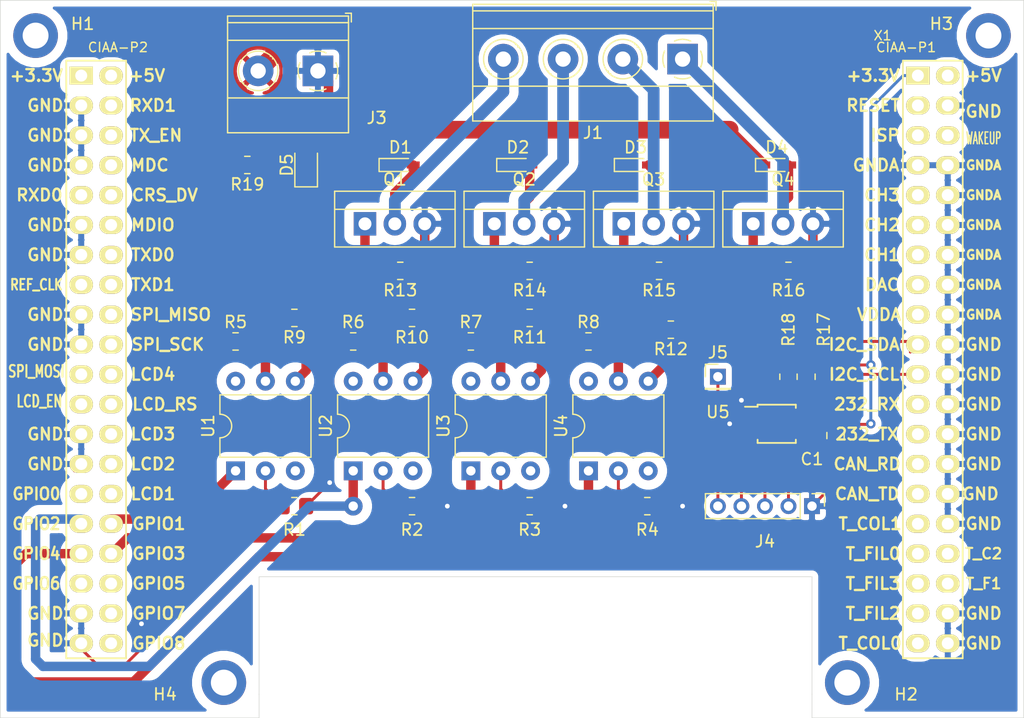
<source format=kicad_pcb>
(kicad_pcb (version 20171130) (host pcbnew 5.1.7-a382d34a8~87~ubuntu18.04.1)
  (title_block (title TP-DCI-CESE) (date 2020-10-16) (rev 1) (company "Sebastian Herrera-Inquinoa-Conicet") (comment 1 "Revisores:Carlos Carreño Romano, Diego Brengi") (comment 2 "Licencia:El autor autoriza su uso"))
  (layers (0 F.Cu signal hide) (31 B.Cu signal hide) (34 B.Paste user) (35 F.Paste user) (36 B.SilkS user) (37 F.SilkS user) (38 B.Mask user) (39 F.Mask user) (44 Edge.Cuts user))
  (net 0 "")
  (net 1 GND)
  (net 2 "Net-(D1-Pad2)")
  (net 3 "Net-(D2-Pad2)")
  (net 4 "Net-(D3-Pad2)")
  (net 5 "Net-(D4-Pad2)")
  (net 6 "Net-(J4-Pad2)")
  (net 7 "Net-(J4-Pad3)")
  (net 8 "Net-(J4-Pad4)")
  (net 9 "Net-(J5-Pad1)")
  (net 10 "Net-(Q1-Pad1)")
  (net 11 "Net-(Q2-Pad1)")
  (net 12 "Net-(Q3-Pad1)")
  (net 13 "Net-(Q4-Pad1)")
  (net 14 "Net-(R1-Pad1)")
  (net 15 "Net-(R2-Pad1)")
  (net 16 "Net-(R3-Pad1)")
  (net 17 "Net-(R4-Pad1)")
  (net 18 "Net-(R5-Pad2)")
  (net 19 "Net-(R6-Pad2)")
  (net 20 "Net-(R7-Pad2)")
  (net 21 "Net-(R8-Pad2)")
  (net 22 "Net-(R9-Pad1)")
  (net 23 "Net-(R10-Pad1)")
  (net 24 "Net-(R11-Pad1)")
  (net 25 "Net-(R12-Pad1)")
  (net 26 "Net-(R17-Pad1)")
  (net 27 "Net-(R18-Pad2)")
  (net 28 "Net-(U1-Pad6)")
  (net 29 "Net-(U1-Pad3)")
  (net 30 "Net-(U1-Pad1)")
  (net 31 "Net-(U2-Pad1)")
  (net 32 "Net-(U2-Pad3)")
  (net 33 "Net-(U2-Pad6)")
  (net 34 "Net-(U3-Pad1)")
  (net 35 "Net-(U3-Pad3)")
  (net 36 "Net-(U3-Pad6)")
  (net 37 "Net-(U4-Pad6)")
  (net 38 "Net-(U4-Pad3)")
  (net 39 "Net-(U4-Pad1)")
  (net 40 "Net-(X1-Pad80)")
  (net 41 "Net-(X1-Pad78)")
  (net 42 "Net-(X1-Pad76)")
  (net 43 "Net-(X1-Pad75)")
  (net 44 "Net-(X1-Pad70)")
  (net 45 "Net-(X1-Pad69)")
  (net 46 "Net-(X1-Pad68)")
  (net 47 "Net-(X1-Pad66)")
  (net 48 "Net-(X1-Pad64)")
  (net 49 "Net-(X1-Pad63)")
  (net 50 "Net-(X1-Pad62)")
  (net 51 "Net-(X1-Pad61)")
  (net 52 "Net-(X1-Pad60)")
  (net 53 "Net-(X1-Pad58)")
  (net 54 "Net-(X1-Pad56)")
  (net 55 "Net-(X1-Pad55)")
  (net 56 "Net-(X1-Pad54)")
  (net 57 "Net-(X1-Pad52)")
  (net 58 "Net-(X1-Pad50)")
  (net 59 "Net-(X1-Pad49)")
  (net 60 "Net-(X1-Pad48)")
  (net 61 "Net-(X1-Pad46)")
  (net 62 "Net-(X1-Pad44)")
  (net 63 "Net-(X1-Pad42)")
  (net 64 "Net-(X1-Pad41)")
  (net 65 "Net-(X1-Pad39)")
  (net 66 "Net-(X1-Pad9)")
  (net 67 "Net-(X1-Pad5)")
  (net 68 "Net-(X1-Pad3)")
  (net 69 "Net-(X1-Pad37)")
  (net 70 "Net-(X1-Pad35)")
  (net 71 "Net-(X1-Pad36)")
  (net 72 "Net-(X1-Pad34)")
  (net 73 "Net-(X1-Pad33)")
  (net 74 "Net-(X1-Pad31)")
  (net 75 "Net-(X1-Pad29)")
  (net 76 "Net-(X1-Pad27)")
  (net 77 "Net-(X1-Pad25)")
  (net 78 "Net-(X1-Pad23)")
  (net 79 "Net-(X1-Pad17)")
  (net 80 "Net-(X1-Pad15)")
  (net 81 "Net-(X1-Pad6)")
  (net 82 "Net-(X1-Pad13)")
  (net 83 "Net-(X1-Pad11)")
  (net 84 "Net-(X1-Pad2)")
  (net 85 +5VP)
  (net 86 +3V3)
  (net 87 "Net-(J4-Pad5)")
  (net 88 "Net-(D5-Pad2)")
  (module Package_DIP:DIP-6_W7.62mm (layer F.Cu) (at 129 107 90)
    (fp_text reference U3 (at 3.81 -2.33 90) (layer F.SilkS))
    (fp_text value 4N25)
    (pad 6 thru_hole oval (at 7.62 0 90) (size 1.6 1.6) (drill 0.8) (layers *.Cu *.Mask) (net 36 "Net-(U3-Pad6)"))
    (pad 3 thru_hole oval (at 0 5.08 90) (size 1.6 1.6) (drill 0.8) (layers *.Cu *.Mask) (net 35 "Net-(U3-Pad3)"))
    (pad 5 thru_hole oval (at 7.62 2.54 90) (size 1.6 1.6) (drill 0.8) (layers *.Cu *.Mask) (net 20 "Net-(R7-Pad2)"))
    (pad 2 thru_hole oval (at 0 2.54 90) (size 1.6 1.6) (drill 0.8) (layers *.Cu *.Mask) (net 16 "Net-(R3-Pad1)"))
    (pad 4 thru_hole oval (at 7.62 5.08 90) (size 1.6 1.6) (drill 0.8) (layers *.Cu *.Mask) (net 24 "Net-(R11-Pad1)"))
    (pad 1 thru_hole rect (at 0 0 90) (size 1.6 1.6) (drill 0.8) (layers *.Cu *.Mask) (net 34 "Net-(U3-Pad1)"))
  )
  (module Poncho_Esqueleto:Conn_Poncho_Chico (layer F.Cu) (at 167 73.4)
    (fp_text reference X1 (at -3 -3.4) (layer F.SilkS) (effects (font (size 0.8 0.8) (thickness 0.12))))
    (fp_text value Conn_Poncho2P_2x_20x2 hide)
    (fp_text user +3.3V (at -3.81 0) (layer F.SilkS) (effects (font (thickness 0.2))))
    (fp_text user CIAA-P1 (at -1 -2.4) (layer F.SilkS) (effects (font (size 0.8 0.8) (thickness 0.12))))
    (fp_text user CIAA-P2 (at -68 -2.4) (layer F.SilkS) (effects (font (size 0.8 0.8) (thickness 0.12))))
    (fp_text user RESET (at -3.81 2.54) (layer F.SilkS) (effects (font (thickness 0.2))))
    (fp_text user ISP (at -2.794 5.08) (layer F.SilkS) (effects (font (thickness 0.2))))
    (fp_text user GNDA (at -3.556 7.62) (layer F.SilkS) (effects (font (thickness 0.2))))
    (fp_text user CH3 (at -3.048 10.16) (layer F.SilkS) (effects (font (thickness 0.2))))
    (fp_text user CH2 (at -3.048 12.7) (layer F.SilkS) (effects (font (thickness 0.2))))
    (fp_text user CH1 (at -3.048 15.24) (layer F.SilkS) (effects (font (thickness 0.2))))
    (fp_text user DAC (at -3.048 17.78) (layer F.SilkS) (effects (font (thickness 0.2))))
    (fp_text user VDDA (at -3.302 20.32) (layer F.SilkS) (effects (font (thickness 0.2))))
    (fp_text user I2C_SDA (at -4.572 22.86) (layer F.SilkS) (effects (font (thickness 0.2))))
    (fp_text user I2C_SCL (at -4.572 25.4) (layer F.SilkS) (effects (font (thickness 0.2))))
    (fp_text user 232_RX (at -4.318 27.94) (layer F.SilkS) (effects (font (thickness 0.2))))
    (fp_text user 232_TX (at -4.318 30.48) (layer F.SilkS) (effects (font (thickness 0.2))))
    (fp_text user CAN_RD (at -4.318 33.02) (layer F.SilkS) (effects (font (thickness 0.2))))
    (fp_text user CAN_TD (at -4.318 35.56) (layer F.SilkS) (effects (font (thickness 0.2))))
    (fp_text user T_COL1 (at -4.064 38.1) (layer F.SilkS) (effects (font (thickness 0.2))))
    (fp_text user T_FIL0 (at -3.81 40.64) (layer F.SilkS) (effects (font (thickness 0.2))))
    (fp_text user T_FIL3 (at -3.81 43.18) (layer F.SilkS) (effects (font (thickness 0.2))))
    (fp_text user T_FIL2 (at -3.81 45.72) (layer F.SilkS) (effects (font (thickness 0.2))))
    (fp_text user T_COL0 (at -4.064 48.26) (layer F.SilkS) (effects (font (thickness 0.2))))
    (fp_text user +5V (at 5.588 0) (layer F.SilkS) (effects (font (thickness 0.2))))
    (fp_text user GND (at 5.588 3.048) (layer F.SilkS) (effects (font (thickness 0.2))))
    (fp_text user WAKEUP (at 5.588 5.334) (layer F.SilkS) (effects (font (size 1 0.5) (thickness 0.125))))
    (fp_text user GNDA (at 5.588 7.62) (layer F.SilkS) (effects (font (size 0.76 0.76) (thickness 0.19))))
    (fp_text user GNDA (at 5.588 10.16) (layer F.SilkS) (effects (font (size 0.76 0.76) (thickness 0.19))))
    (fp_text user GNDA (at 5.588 12.7) (layer F.SilkS) (effects (font (size 0.76 0.76) (thickness 0.19))))
    (fp_text user GNDA (at 5.588 15.24) (layer F.SilkS) (effects (font (size 0.76 0.76) (thickness 0.19))))
    (fp_text user GNDA (at 5.588 17.78) (layer F.SilkS) (effects (font (size 0.76 0.76) (thickness 0.19))))
    (fp_text user GNDA (at 5.588 20.32) (layer F.SilkS) (effects (font (size 0.76 0.76) (thickness 0.19))))
    (fp_text user GND (at 5.588 22.86) (layer F.SilkS) (effects (font (thickness 0.2))))
    (fp_text user GND (at 5.588 25.4) (layer F.SilkS) (effects (font (thickness 0.2))))
    (fp_text user GND (at 5.588 27.94) (layer F.SilkS) (effects (font (thickness 0.2))))
    (fp_text user GND (at 5.588 30.48) (layer F.SilkS) (effects (font (thickness 0.2))))
    (fp_text user GND (at 5.588 33.02) (layer F.SilkS) (effects (font (thickness 0.2))))
    (fp_text user GND (at 5.334 35.56) (layer F.SilkS) (effects (font (thickness 0.2))))
    (fp_text user GND (at 5.588 38.1) (layer F.SilkS) (effects (font (thickness 0.2))))
    (fp_text user T_C2 (at 5.588 40.64) (layer F.SilkS) (effects (font (size 0.9 0.9) (thickness 0.18))))
    (fp_text user T_F1 (at 5.588 43.18) (layer F.SilkS) (effects (font (size 0.9 0.9) (thickness 0.18))))
    (fp_text user GND (at 5.588 45.72) (layer F.SilkS) (effects (font (thickness 0.2))))
    (fp_text user GND (at 5.588 48.26) (layer F.SilkS) (effects (font (thickness 0.2))))
    (fp_text user +3.3V (at -74.93 0) (layer F.SilkS) (effects (font (thickness 0.2))))
    (fp_text user GND (at -74.168 2.54) (layer F.SilkS) (effects (font (thickness 0.2))))
    (fp_text user GND (at -74.168 5.08) (layer F.SilkS) (effects (font (thickness 0.2))))
    (fp_text user RXD0 (at -74.676 10.16) (layer F.SilkS) (effects (font (thickness 0.2))))
    (fp_text user GND (at -74.168 7.62) (layer F.SilkS) (effects (font (thickness 0.2))))
    (fp_text user GND (at -74.168 12.7) (layer F.SilkS) (effects (font (thickness 0.2))))
    (fp_text user GND (at -74.168 15.24) (layer F.SilkS) (effects (font (thickness 0.2))))
    (fp_text user REF_CLK (at -74.93 17.78) (layer F.SilkS) (effects (font (size 0.9 0.7) (thickness 0.175))))
    (fp_text user GND (at -74.168 20.32) (layer F.SilkS) (effects (font (thickness 0.2))))
    (fp_text user GND (at -74.168 22.86) (layer F.SilkS) (effects (font (thickness 0.2))))
    (fp_text user SPI_MOSI (at -74.93 25.146) (layer F.SilkS) (effects (font (size 1 0.7) (thickness 0.17))))
    (fp_text user LCD_EN (at -74.676 27.686) (layer F.SilkS) (effects (font (size 1 0.7) (thickness 0.17))))
    (fp_text user GND (at -74.168 30.48) (layer F.SilkS) (effects (font (thickness 0.2))))
    (fp_text user GND (at -74.168 33.02) (layer F.SilkS) (effects (font (thickness 0.2))))
    (fp_text user GPIO0 (at -74.93 35.56) (layer F.SilkS) (effects (font (size 1 0.9) (thickness 0.2))))
    (fp_text user GPIO2 (at -74.93 38.1) (layer F.SilkS) (effects (font (size 1 0.9) (thickness 0.2))))
    (fp_text user GPIO4 (at -74.93 40.64) (layer F.SilkS) (effects (font (size 1 0.9) (thickness 0.2))))
    (fp_text user GPIO6 (at -74.93 43.18) (layer F.SilkS) (effects (font (size 1 0.9) (thickness 0.2))))
    (fp_text user GND (at -74.168 45.72) (layer F.SilkS) (effects (font (thickness 0.2))))
    (fp_text user GND (at -74.168 48.006) (layer F.SilkS) (effects (font (thickness 0.2))))
    (fp_text user +5V (at -65.532 0) (layer F.SilkS) (effects (font (thickness 0.2))))
    (fp_text user RXD1 (at -65.024 2.54) (layer F.SilkS) (effects (font (thickness 0.2))))
    (fp_text user TX_EN (at -64.77 5.08) (layer F.SilkS) (effects (font (thickness 0.2))))
    (fp_text user MDC (at -65.278 7.62) (layer F.SilkS) (effects (font (thickness 0.2))))
    (fp_text user CRS_DV (at -64.008 10.16) (layer F.SilkS) (effects (font (thickness 0.2))))
    (fp_text user MDIO (at -65.024 12.7) (layer F.SilkS) (effects (font (thickness 0.2))))
    (fp_text user TXD0 (at -65.024 15.24) (layer F.SilkS) (effects (font (thickness 0.2))))
    (fp_text user TXD1 (at -65.024 17.78) (layer F.SilkS) (effects (font (thickness 0.2))))
    (fp_text user SPI_MISO (at -63.5 20.32) (layer F.SilkS) (effects (font (thickness 0.2))))
    (fp_text user SPI_SCK (at -63.754 22.86) (layer F.SilkS) (effects (font (thickness 0.2))))
    (fp_text user LCD4 (at -65.024 25.4) (layer F.SilkS) (effects (font (thickness 0.2))))
    (fp_text user LCD_RS (at -64.008 27.94) (layer F.SilkS) (effects (font (thickness 0.2))))
    (fp_text user LCD3 (at -65.024 30.48) (layer F.SilkS) (effects (font (thickness 0.2))))
    (fp_text user LCD2 (at -65.024 33.02) (layer F.SilkS) (effects (font (thickness 0.2))))
    (fp_text user LCD1 (at -65.024 35.56) (layer F.SilkS) (effects (font (thickness 0.2))))
    (fp_text user GPIO1 (at -64.516 38.1) (layer F.SilkS) (effects (font (thickness 0.2))))
    (fp_text user GPIO3 (at -64.516 40.64) (layer F.SilkS) (effects (font (thickness 0.2))))
    (fp_text user GPIO5 (at -64.516 43.18) (layer F.SilkS) (effects (font (thickness 0.2))))
    (fp_text user GPIO7 (at -64.516 45.72) (layer F.SilkS) (effects (font (thickness 0.2))))
    (fp_text user GPIO8 (at -64.516 48.26) (layer F.SilkS) (effects (font (thickness 0.2))))
    (pad 80 thru_hole oval (at -68.58 48.26 270) (size 1.524 2) (drill 1.016) (layers *.Cu *.Mask F.SilkS) (net 40 "Net-(X1-Pad80)"))
    (pad 79 thru_hole oval (at -71.12 48.26 270) (size 1.524 2) (drill 1.016) (layers *.Cu *.Mask F.SilkS) (net 1 GND))
    (pad 78 thru_hole oval (at -68.58 45.72 270) (size 1.524 2) (drill 1.016) (layers *.Cu *.Mask F.SilkS) (net 41 "Net-(X1-Pad78)"))
    (pad 77 thru_hole oval (at -71.12 45.72 270) (size 1.524 2) (drill 1.016) (layers *.Cu *.Mask F.SilkS) (net 1 GND))
    (pad 76 thru_hole oval (at -68.58 43.18 270) (size 1.524 2) (drill 1.016) (layers *.Cu *.Mask F.SilkS) (net 42 "Net-(X1-Pad76)"))
    (pad 75 thru_hole oval (at -71.12 43.18 270) (size 1.524 2) (drill 1.016) (layers *.Cu *.Mask F.SilkS) (net 43 "Net-(X1-Pad75)"))
    (pad 74 thru_hole oval (at -68.58 40.64 270) (size 1.524 2) (drill 1.016) (layers *.Cu *.Mask F.SilkS) (net 34 "Net-(U3-Pad1)"))
    (pad 73 thru_hole oval (at -71.12 40.64 270) (size 1.524 2) (drill 1.016) (layers *.Cu *.Mask F.SilkS) (net 39 "Net-(U4-Pad1)"))
    (pad 72 thru_hole oval (at -68.58 38.1 270) (size 1.524 2) (drill 1.016) (layers *.Cu *.Mask F.SilkS) (net 30 "Net-(U1-Pad1)"))
    (pad 71 thru_hole oval (at -71.12 38.1 270) (size 1.524 2) (drill 1.016) (layers *.Cu *.Mask F.SilkS) (net 31 "Net-(U2-Pad1)"))
    (pad 70 thru_hole oval (at -68.58 35.56 270) (size 1.524 2) (drill 1.016) (layers *.Cu *.Mask F.SilkS) (net 44 "Net-(X1-Pad70)"))
    (pad 69 thru_hole oval (at -71.12 35.56 270) (size 1.524 2) (drill 1.016) (layers *.Cu *.Mask F.SilkS) (net 45 "Net-(X1-Pad69)"))
    (pad 68 thru_hole oval (at -68.58 33.02 270) (size 1.524 2) (drill 1.016) (layers *.Cu *.Mask F.SilkS) (net 46 "Net-(X1-Pad68)"))
    (pad 67 thru_hole oval (at -71.12 33.02 270) (size 1.524 2) (drill 1.016) (layers *.Cu *.Mask F.SilkS) (net 1 GND))
    (pad 66 thru_hole oval (at -68.58 30.48 270) (size 1.524 2) (drill 1.016) (layers *.Cu *.Mask F.SilkS) (net 47 "Net-(X1-Pad66)"))
    (pad 65 thru_hole oval (at -71.12 30.48 270) (size 1.524 2) (drill 1.016) (layers *.Cu *.Mask F.SilkS) (net 1 GND))
    (pad 64 thru_hole oval (at -68.58 27.94 270) (size 1.524 2) (drill 1.016) (layers *.Cu *.Mask F.SilkS) (net 48 "Net-(X1-Pad64)"))
    (pad 63 thru_hole oval (at -71.12 27.94 270) (size 1.524 2) (drill 1.016) (layers *.Cu *.Mask F.SilkS) (net 49 "Net-(X1-Pad63)"))
    (pad 62 thru_hole oval (at -68.58 25.4 270) (size 1.524 2) (drill 1.016) (layers *.Cu *.Mask F.SilkS) (net 50 "Net-(X1-Pad62)"))
    (pad 61 thru_hole oval (at -71.12 25.4 270) (size 1.524 2) (drill 1.016) (layers *.Cu *.Mask F.SilkS) (net 51 "Net-(X1-Pad61)"))
    (pad 60 thru_hole oval (at -68.58 22.86 270) (size 1.524 2) (drill 1.016) (layers *.Cu *.Mask F.SilkS) (net 52 "Net-(X1-Pad60)"))
    (pad 59 thru_hole oval (at -71.12 22.86 270) (size 1.524 2) (drill 1.016) (layers *.Cu *.Mask F.SilkS) (net 1 GND))
    (pad 58 thru_hole oval (at -68.58 20.32 270) (size 1.524 2) (drill 1.016) (layers *.Cu *.Mask F.SilkS) (net 53 "Net-(X1-Pad58)"))
    (pad 57 thru_hole oval (at -71.12 20.32 270) (size 1.524 2) (drill 1.016) (layers *.Cu *.Mask F.SilkS) (net 1 GND))
    (pad 56 thru_hole oval (at -68.58 17.78 270) (size 1.524 2) (drill 1.016) (layers *.Cu *.Mask F.SilkS) (net 54 "Net-(X1-Pad56)"))
    (pad 55 thru_hole oval (at -71.12 17.78 270) (size 1.524 2) (drill 1.016) (layers *.Cu *.Mask F.SilkS) (net 55 "Net-(X1-Pad55)"))
    (pad 54 thru_hole oval (at -68.58 15.24 270) (size 1.524 2) (drill 1.016) (layers *.Cu *.Mask F.SilkS) (net 56 "Net-(X1-Pad54)"))
    (pad 53 thru_hole oval (at -71.12 15.24 270) (size 1.524 2) (drill 1.016) (layers *.Cu *.Mask F.SilkS) (net 1 GND))
    (pad 52 thru_hole oval (at -68.58 12.7 270) (size 1.524 2) (drill 1.016) (layers *.Cu *.Mask F.SilkS) (net 57 "Net-(X1-Pad52)"))
    (pad 51 thru_hole oval (at -71.12 12.7 270) (size 1.524 2) (drill 1.016) (layers *.Cu *.Mask F.SilkS) (net 1 GND))
    (pad 50 thru_hole oval (at -68.58 10.16 270) (size 1.524 2) (drill 1.016) (layers *.Cu *.Mask F.SilkS) (net 58 "Net-(X1-Pad50)"))
    (pad 49 thru_hole oval (at -71.12 10.16 270) (size 1.524 2) (drill 1.016) (layers *.Cu *.Mask F.SilkS) (net 59 "Net-(X1-Pad49)"))
    (pad 48 thru_hole oval (at -68.58 7.62 270) (size 1.524 2) (drill 1.016) (layers *.Cu *.Mask F.SilkS) (net 60 "Net-(X1-Pad48)"))
    (pad 47 thru_hole oval (at -71.12 7.62 270) (size 1.524 2) (drill 1.016) (layers *.Cu *.Mask F.SilkS) (net 1 GND))
    (pad 46 thru_hole oval (at -68.58 5.08 270) (size 1.524 2) (drill 1.016) (layers *.Cu *.Mask F.SilkS) (net 61 "Net-(X1-Pad46)"))
    (pad 45 thru_hole oval (at -71.12 5.08 270) (size 1.524 2) (drill 1.016) (layers *.Cu *.Mask F.SilkS) (net 1 GND))
    (pad 44 thru_hole oval (at -68.58 2.54 270) (size 1.524 2) (drill 1.016) (layers *.Cu *.Mask F.SilkS) (net 62 "Net-(X1-Pad44)"))
    (pad 43 thru_hole oval (at -71.12 2.54 270) (size 1.524 2) (drill 1.016) (layers *.Cu *.Mask F.SilkS) (net 1 GND))
    (pad 42 thru_hole oval (at -68.58 0 270) (size 1.524 2) (drill 1.016) (layers *.Cu *.Mask F.SilkS) (net 63 "Net-(X1-Pad42)"))
    (pad 41 thru_hole rect (at -71.12 0 270) (size 1.524 2) (drill 1.016) (layers *.Cu *.Mask F.SilkS) (net 64 "Net-(X1-Pad41)"))
    (pad 30 thru_hole oval (at 2.54 35.56 270) (size 1.524 2) (drill 1.016) (layers *.Cu *.Mask F.SilkS) (net 1 GND))
    (pad 40 thru_hole oval (at 2.54 48.26 270) (size 1.524 2) (drill 1.016) (layers *.Cu *.Mask F.SilkS) (net 1 GND))
    (pad 39 thru_hole oval (at 0 48.26 270) (size 1.524 2) (drill 1.016) (layers *.Cu *.Mask F.SilkS) (net 65 "Net-(X1-Pad39)"))
    (pad 9 thru_hole oval (at 0 10.16 270) (size 1.524 2) (drill 1.016) (layers *.Cu *.Mask F.SilkS) (net 66 "Net-(X1-Pad9)"))
    (pad 7 thru_hole oval (at 0 7.62 270) (size 1.524 2) (drill 1.016) (layers *.Cu *.Mask F.SilkS) (net 1 GND))
    (pad 5 thru_hole oval (at 0 5.08 270) (size 1.524 2) (drill 1.016) (layers *.Cu *.Mask F.SilkS) (net 67 "Net-(X1-Pad5)"))
    (pad 3 thru_hole oval (at 0 2.54 270) (size 1.524 2) (drill 1.016) (layers *.Cu *.Mask F.SilkS) (net 68 "Net-(X1-Pad3)"))
    (pad 37 thru_hole oval (at 0 45.72 270) (size 1.524 2) (drill 1.016) (layers *.Cu *.Mask F.SilkS) (net 69 "Net-(X1-Pad37)"))
    (pad 35 thru_hole oval (at 0 43.18 270) (size 1.524 2) (drill 1.016) (layers *.Cu *.Mask F.SilkS) (net 70 "Net-(X1-Pad35)"))
    (pad 38 thru_hole oval (at 2.54 45.72 270) (size 1.524 2) (drill 1.016) (layers *.Cu *.Mask F.SilkS) (net 1 GND))
    (pad 36 thru_hole oval (at 2.54 43.18 270) (size 1.524 2) (drill 1.016) (layers *.Cu *.Mask F.SilkS) (net 71 "Net-(X1-Pad36)"))
    (pad 34 thru_hole oval (at 2.54 40.64 270) (size 1.524 2) (drill 1.016) (layers *.Cu *.Mask F.SilkS) (net 72 "Net-(X1-Pad34)"))
    (pad 32 thru_hole oval (at 2.54 38.1 270) (size 1.524 2) (drill 1.016) (layers *.Cu *.Mask F.SilkS) (net 1 GND))
    (pad 28 thru_hole oval (at 2.54 33.02 270) (size 1.524 2) (drill 1.016) (layers *.Cu *.Mask F.SilkS) (net 1 GND))
    (pad 33 thru_hole oval (at 0 40.64 270) (size 1.524 2) (drill 1.016) (layers *.Cu *.Mask F.SilkS) (net 73 "Net-(X1-Pad33)"))
    (pad 26 thru_hole oval (at 2.54 30.48 270) (size 1.524 2) (drill 1.016) (layers *.Cu *.Mask F.SilkS) (net 1 GND))
    (pad 24 thru_hole oval (at 2.54 27.94 270) (size 1.524 2) (drill 1.016) (layers *.Cu *.Mask F.SilkS) (net 1 GND))
    (pad 31 thru_hole oval (at 0 38.1 270) (size 1.524 2) (drill 1.016) (layers *.Cu *.Mask F.SilkS) (net 74 "Net-(X1-Pad31)"))
    (pad 22 thru_hole oval (at 2.54 25.4 270) (size 1.524 2) (drill 1.016) (layers *.Cu *.Mask F.SilkS) (net 1 GND))
    (pad 29 thru_hole oval (at 0 35.56 270) (size 1.524 2) (drill 1.016) (layers *.Cu *.Mask F.SilkS) (net 75 "Net-(X1-Pad29)"))
    (pad 20 thru_hole oval (at 2.54 22.86 270) (size 1.524 2) (drill 1.016) (layers *.Cu *.Mask F.SilkS) (net 1 GND))
    (pad 27 thru_hole oval (at 0 33.02 270) (size 1.524 2) (drill 1.016) (layers *.Cu *.Mask F.SilkS) (net 76 "Net-(X1-Pad27)"))
    (pad 18 thru_hole oval (at 2.54 20.32 270) (size 1.524 2) (drill 1.016) (layers *.Cu *.Mask F.SilkS) (net 1 GND))
    (pad 25 thru_hole oval (at 0 30.48 270) (size 1.524 2) (drill 1.016) (layers *.Cu *.Mask F.SilkS) (net 77 "Net-(X1-Pad25)"))
    (pad 16 thru_hole oval (at 2.54 17.78 270) (size 1.524 2) (drill 1.016) (layers *.Cu *.Mask F.SilkS) (net 1 GND))
    (pad 23 thru_hole oval (at 0 27.94 270) (size 1.524 2) (drill 1.016) (layers *.Cu *.Mask F.SilkS) (net 78 "Net-(X1-Pad23)"))
    (pad 14 thru_hole oval (at 2.54 15.24 270) (size 1.524 2) (drill 1.016) (layers *.Cu *.Mask F.SilkS) (net 1 GND))
    (pad 21 thru_hole oval (at 0 25.4 270) (size 1.524 2) (drill 1.016) (layers *.Cu *.Mask F.SilkS) (net 26 "Net-(R17-Pad1)"))
    (pad 12 thru_hole oval (at 2.54 12.7 270) (size 1.524 2) (drill 1.016) (layers *.Cu *.Mask F.SilkS) (net 1 GND))
    (pad 19 thru_hole oval (at 0 22.86 270) (size 1.524 2) (drill 1.016) (layers *.Cu *.Mask F.SilkS) (net 27 "Net-(R18-Pad2)"))
    (pad 10 thru_hole oval (at 2.54 10.16 270) (size 1.524 2) (drill 1.016) (layers *.Cu *.Mask F.SilkS) (net 1 GND))
    (pad 17 thru_hole oval (at 0 20.32 270) (size 1.524 2) (drill 1.016) (layers *.Cu *.Mask F.SilkS) (net 79 "Net-(X1-Pad17)"))
    (pad 8 thru_hole oval (at 2.54 7.62 270) (size 1.524 2) (drill 1.016) (layers *.Cu *.Mask F.SilkS) (net 1 GND))
    (pad 15 thru_hole oval (at 0 17.78 270) (size 1.524 2) (drill 1.016) (layers *.Cu *.Mask F.SilkS) (net 80 "Net-(X1-Pad15)"))
    (pad 6 thru_hole oval (at 2.54 5.08 270) (size 1.524 2) (drill 1.016) (layers *.Cu *.Mask F.SilkS) (net 81 "Net-(X1-Pad6)"))
    (pad 13 thru_hole oval (at 0 15.24 270) (size 1.524 2) (drill 1.016) (layers *.Cu *.Mask F.SilkS) (net 82 "Net-(X1-Pad13)"))
    (pad 4 thru_hole oval (at 2.54 2.54 270) (size 1.524 2) (drill 1.016) (layers *.Cu *.Mask F.SilkS) (net 1 GND))
    (pad 11 thru_hole oval (at 0 12.7 270) (size 1.524 2) (drill 1.016) (layers *.Cu *.Mask F.SilkS) (net 83 "Net-(X1-Pad11)"))
    (pad 2 thru_hole oval (at 2.54 0 270) (size 1.524 2) (drill 1.016) (layers *.Cu *.Mask F.SilkS) (net 84 "Net-(X1-Pad2)"))
    (pad 1 thru_hole rect (at 0 0 270) (size 1.524 2) (drill 1.016) (layers *.Cu *.Mask F.SilkS) (net 86 +3V3))
  )
  (module Resistor_SMD:R_0805_2012Metric_Pad1.20x1.40mm_HandSolder (layer F.Cu) (at 146 95 180)
    (fp_text reference R12 (at 0 -1.65) (layer F.SilkS))
    (fp_text value 1K)
    (pad 2 smd roundrect (at 1 0 180) (size 1.2 1.4) (layers F.Cu F.Paste F.Mask) (roundrect_rratio 0.208333) (net 13 "Net-(Q4-Pad1)"))
    (pad 1 smd roundrect (at -1 0 180) (size 1.2 1.4) (layers F.Cu F.Paste F.Mask) (roundrect_rratio 0.208333) (net 25 "Net-(R12-Pad1)"))
  )
  (module Package_TO_SOT_THT:TO-262-3_Vertical (layer F.Cu) (at 142 86)
    (fp_text reference Q3 (at 2.54 -3.77) (layer F.SilkS))
    (fp_text value IRF540N)
    (pad 3 thru_hole oval (at 5.08 0) (size 1.905 2) (drill 1.1) (layers *.Cu *.Mask) (net 1 GND))
    (pad 2 thru_hole oval (at 2.54 0) (size 1.905 2) (drill 1.1) (layers *.Cu *.Mask) (net 4 "Net-(D3-Pad2)"))
    (pad 1 thru_hole rect (at 0 0) (size 1.905 2) (drill 1.1) (layers *.Cu *.Mask) (net 12 "Net-(Q3-Pad1)"))
  )
  (module Package_TO_SOT_THT:TO-262-3_Vertical (layer F.Cu) (at 131 86)
    (fp_text reference Q2 (at 2.54 -3.77) (layer F.SilkS))
    (fp_text value IRF540N)
    (pad 3 thru_hole oval (at 5.08 0) (size 1.905 2) (drill 1.1) (layers *.Cu *.Mask) (net 1 GND))
    (pad 2 thru_hole oval (at 2.54 0) (size 1.905 2) (drill 1.1) (layers *.Cu *.Mask) (net 3 "Net-(D2-Pad2)"))
    (pad 1 thru_hole rect (at 0 0) (size 1.905 2) (drill 1.1) (layers *.Cu *.Mask) (net 11 "Net-(Q2-Pad1)"))
  )
  (module MountingHole:MountingHole_2.2mm_M2_DIN965_Pad (layer F.Cu) (at 108 125)
    (fp_text reference H4 (at -5 1) (layer F.SilkS))
    (fp_text value MountingHole)
    (pad 1 thru_hole circle (at 0 0) (size 3.8 3.8) (drill 2.2) (layers *.Cu *.Mask))
  )
  (module MountingHole:MountingHole_2.2mm_M2_DIN965_Pad (layer F.Cu) (at 173 70)
    (fp_text reference H3 (at -4 -1) (layer F.SilkS))
    (fp_text value MountingHole)
    (pad 1 thru_hole circle (at 0 0) (size 3.8 3.8) (drill 2.2) (layers *.Cu *.Mask))
  )
  (module MountingHole:MountingHole_2.2mm_M2_DIN965_Pad (layer F.Cu) (at 161 125)
    (fp_text reference H2 (at 5 1) (layer F.SilkS))
    (fp_text value MountingHole)
    (pad 1 thru_hole circle (at 0 0) (size 3.8 3.8) (drill 2.2) (layers *.Cu *.Mask))
  )
  (module MountingHole:MountingHole_2.2mm_M2_DIN965_Pad (layer F.Cu) (at 92 70)
    (fp_text reference H1 (at 4 -1) (layer F.SilkS))
    (fp_text value MountingHole)
    (pad 1 thru_hole circle (at 0 0) (size 3.8 3.8) (drill 2.2) (layers *.Cu *.Mask))
  )
  (module TerminalBlock_Phoenix:TerminalBlock_Phoenix_MKDS-1,5-2-5.08_1x02_P5.08mm_Horizontal (layer F.Cu) (at 116 73 180)
    (fp_text reference J3 (at -5 -4) (layer F.SilkS))
    (fp_text value Screw_Terminal_01x02)
    (pad 1 thru_hole rect (at 0 0 180) (size 2.6 2.6) (drill 1.3) (layers *.Cu *.Mask) (net 1 GND))
    (pad 2 thru_hole circle (at 5.08 0 180) (size 2.6 2.6) (drill 1.3) (layers *.Cu *.Mask) (net 85 +5VP))
  )
  (module Capacitor_SMD:C_0805_2012Metric (layer F.Cu) (at 160 104 270)
    (fp_text reference C1 (at 2 2 180) (layer F.SilkS))
    (fp_text value "0,1 uf")
    (pad 2 smd roundrect (at 0.95 0 270) (size 1 1.45) (layers F.Cu F.Paste F.Mask) (net 1 GND))
    (pad 1 smd roundrect (at -0.95 0 270) (size 1 1.45) (layers F.Cu F.Paste F.Mask) (net 86 +3V3))
  )
  (module Resistor_SMD:R_0805_2012Metric_Pad1.20x1.40mm_HandSolder (layer F.Cu) (at 110 81 180)
    (fp_text reference R19 (at 0 -1.65) (layer F.SilkS))
    (fp_text value 470)
    (pad 2 smd roundrect (at 1 0 180) (size 1.2 1.4) (layers F.Cu F.Paste F.Mask) (roundrect_rratio 0.208333) (net 85 +5VP))
    (pad 1 smd roundrect (at -1 0 180) (size 1.2 1.4) (layers F.Cu F.Paste F.Mask) (roundrect_rratio 0.208333) (net 88 "Net-(D5-Pad2)"))
  )
  (module LED_SMD:LED_0805_2012Metric_Pad1.15x1.40mm_HandSolder (layer F.Cu) (at 115 81 90)
    (fp_text reference D5 (at 0 -1.65 90) (layer F.SilkS))
    (fp_text value LED)
    (pad 2 smd roundrect (at 1.025 0 90) (size 1.15 1.4) (layers F.Cu F.Paste F.Mask) (roundrect_rratio 0.217391) (net 88 "Net-(D5-Pad2)"))
    (pad 1 smd roundrect (at -1.025 0 90) (size 1.15 1.4) (layers F.Cu F.Paste F.Mask) (roundrect_rratio 0.217391) (net 1 GND))
  )
  (module Resistor_SMD:R_0805_2012Metric_Pad1.20x1.40mm_HandSolder (layer F.Cu) (at 156 99 270)
    (fp_text reference R18 (at -4 0 90) (layer F.SilkS))
    (fp_text value 10K)
    (pad 2 smd roundrect (at 1 0 270) (size 1.2 1.4) (layers F.Cu F.Paste F.Mask) (roundrect_rratio 0.208333) (net 27 "Net-(R18-Pad2)"))
    (pad 1 smd roundrect (at -1 0 270) (size 1.2 1.4) (layers F.Cu F.Paste F.Mask) (roundrect_rratio 0.208333) (net 86 +3V3))
  )
  (module Resistor_SMD:R_0805_2012Metric_Pad1.20x1.40mm_HandSolder (layer F.Cu) (at 159 99 90)
    (fp_text reference R17 (at 4 0 90) (layer F.SilkS))
    (fp_text value 10k)
    (pad 2 smd roundrect (at 1 0 90) (size 1.2 1.4) (layers F.Cu F.Paste F.Mask) (roundrect_rratio 0.208) (net 86 +3V3) (clearance 0.2))
    (pad 1 smd roundrect (at -1 0 90) (size 1.2 1.4) (layers F.Cu F.Paste F.Mask) (roundrect_rratio 0.208333) (net 26 "Net-(R17-Pad1)"))
  )
  (module Resistor_SMD:R_0805_2012Metric_Pad1.20x1.40mm_HandSolder (layer F.Cu) (at 156 90 180)
    (fp_text reference R16 (at 0 -1.65) (layer F.SilkS))
    (fp_text value 220K)
    (pad 2 smd roundrect (at 1 0 180) (size 1.2 1.4) (layers F.Cu F.Paste F.Mask) (roundrect_rratio 0.208333) (net 13 "Net-(Q4-Pad1)"))
    (pad 1 smd roundrect (at -1 0 180) (size 1.2 1.4) (layers F.Cu F.Paste F.Mask) (roundrect_rratio 0.208333) (net 1 GND))
  )
  (module Resistor_SMD:R_0805_2012Metric_Pad1.20x1.40mm_HandSolder (layer F.Cu) (at 145 90 180)
    (fp_text reference R15 (at 0 -1.65) (layer F.SilkS))
    (fp_text value 220K)
    (pad 2 smd roundrect (at 1 0 180) (size 1.2 1.4) (layers F.Cu F.Paste F.Mask) (roundrect_rratio 0.208333) (net 12 "Net-(Q3-Pad1)"))
    (pad 1 smd roundrect (at -1 0 180) (size 1.2 1.4) (layers F.Cu F.Paste F.Mask) (roundrect_rratio 0.208333) (net 1 GND))
  )
  (module Resistor_SMD:R_0805_2012Metric_Pad1.20x1.40mm_HandSolder (layer F.Cu) (at 134 90 180)
    (fp_text reference R14 (at 0 -1.65) (layer F.SilkS))
    (fp_text value 220K)
    (pad 2 smd roundrect (at 1 0 180) (size 1.2 1.4) (layers F.Cu F.Paste F.Mask) (roundrect_rratio 0.208333) (net 11 "Net-(Q2-Pad1)"))
    (pad 1 smd roundrect (at -1 0 180) (size 1.2 1.4) (layers F.Cu F.Paste F.Mask) (roundrect_rratio 0.208333) (net 1 GND))
  )
  (module Resistor_SMD:R_0805_2012Metric_Pad1.20x1.40mm_HandSolder (layer F.Cu) (at 123 90 180)
    (fp_text reference R13 (at 0 -1.65) (layer F.SilkS))
    (fp_text value 220K)
    (pad 2 smd roundrect (at 1 0 180) (size 1.2 1.4) (layers F.Cu F.Paste F.Mask) (roundrect_rratio 0.208333) (net 10 "Net-(Q1-Pad1)"))
    (pad 1 smd roundrect (at -1 0 180) (size 1.2 1.4) (layers F.Cu F.Paste F.Mask) (roundrect_rratio 0.208333) (net 1 GND))
  )
  (module Resistor_SMD:R_0805_2012Metric_Pad1.20x1.40mm_HandSolder (layer F.Cu) (at 134 94 180)
    (fp_text reference R11 (at 0 -1.65) (layer F.SilkS))
    (fp_text value 1K)
    (pad 2 smd roundrect (at 1 0 180) (size 1.2 1.4) (layers F.Cu F.Paste F.Mask) (roundrect_rratio 0.208333) (net 12 "Net-(Q3-Pad1)"))
    (pad 1 smd roundrect (at -1 0 180) (size 1.2 1.4) (layers F.Cu F.Paste F.Mask) (roundrect_rratio 0.208333) (net 24 "Net-(R11-Pad1)"))
  )
  (module Resistor_SMD:R_0805_2012Metric_Pad1.20x1.40mm_HandSolder (layer F.Cu) (at 124 94 180)
    (fp_text reference R10 (at 0 -1.65) (layer F.SilkS))
    (fp_text value 1K)
    (pad 2 smd roundrect (at 1 0 180) (size 1.2 1.4) (layers F.Cu F.Paste F.Mask) (roundrect_rratio 0.208333) (net 11 "Net-(Q2-Pad1)"))
    (pad 1 smd roundrect (at -1 0 180) (size 1.2 1.4) (layers F.Cu F.Paste F.Mask) (roundrect_rratio 0.208333) (net 23 "Net-(R10-Pad1)"))
  )
  (module Resistor_SMD:R_0805_2012Metric_Pad1.20x1.40mm_HandSolder (layer F.Cu) (at 114 94 180)
    (fp_text reference R9 (at 0 -1.65) (layer F.SilkS))
    (fp_text value 1K)
    (pad 2 smd roundrect (at 1 0 180) (size 1.2 1.4) (layers F.Cu F.Paste F.Mask) (roundrect_rratio 0.208333) (net 10 "Net-(Q1-Pad1)"))
    (pad 1 smd roundrect (at -1 0 180) (size 1.2 1.4) (layers F.Cu F.Paste F.Mask) (roundrect_rratio 0.208333) (net 22 "Net-(R9-Pad1)"))
  )
  (module Resistor_SMD:R_0805_2012Metric_Pad1.20x1.40mm_HandSolder (layer F.Cu) (at 139 96)
    (fp_text reference R8 (at 0 -1.65) (layer F.SilkS))
    (fp_text value 100)
    (pad 2 smd roundrect (at 1 0) (size 1.2 1.4) (layers F.Cu F.Paste F.Mask) (roundrect_rratio 0.208333) (net 21 "Net-(R8-Pad2)"))
    (pad 1 smd roundrect (at -1 0) (size 1.2 1.4) (layers F.Cu F.Paste F.Mask) (roundrect_rratio 0.208333) (net 85 +5VP))
  )
  (module Resistor_SMD:R_0805_2012Metric_Pad1.20x1.40mm_HandSolder (layer F.Cu) (at 129 96)
    (fp_text reference R7 (at 0 -1.65) (layer F.SilkS))
    (fp_text value 100)
    (pad 2 smd roundrect (at 1 0) (size 1.2 1.4) (layers F.Cu F.Paste F.Mask) (roundrect_rratio 0.208333) (net 20 "Net-(R7-Pad2)"))
    (pad 1 smd roundrect (at -1 0) (size 1.2 1.4) (layers F.Cu F.Paste F.Mask) (roundrect_rratio 0.208333) (net 85 +5VP))
  )
  (module Resistor_SMD:R_0805_2012Metric_Pad1.20x1.40mm_HandSolder (layer F.Cu) (at 119 96)
    (fp_text reference R6 (at 0 -1.65) (layer F.SilkS))
    (fp_text value 100)
    (pad 2 smd roundrect (at 1 0) (size 1.2 1.4) (layers F.Cu F.Paste F.Mask) (roundrect_rratio 0.208333) (net 19 "Net-(R6-Pad2)"))
    (pad 1 smd roundrect (at -1 0) (size 1.2 1.4) (layers F.Cu F.Paste F.Mask) (roundrect_rratio 0.208333) (net 85 +5VP))
  )
  (module Resistor_SMD:R_0805_2012Metric_Pad1.20x1.40mm_HandSolder (layer F.Cu) (at 109 96)
    (fp_text reference R5 (at 0 -1.65) (layer F.SilkS))
    (fp_text value 100)
    (pad 2 smd roundrect (at 1 0) (size 1.2 1.4) (layers F.Cu F.Paste F.Mask) (roundrect_rratio 0.208333) (net 18 "Net-(R5-Pad2)"))
    (pad 1 smd roundrect (at -1 0) (size 1.2 1.4) (layers F.Cu F.Paste F.Mask) (roundrect_rratio 0.208333) (net 85 +5VP))
  )
  (module Resistor_SMD:R_0805_2012Metric_Pad1.20x1.40mm_HandSolder (layer F.Cu) (at 144 110)
    (fp_text reference R4 (at 0 2) (layer F.SilkS))
    (fp_text value 180)
    (pad 2 smd roundrect (at 1 0) (size 1.2 1.4) (layers F.Cu F.Paste F.Mask) (roundrect_rratio 0.208333) (net 1 GND))
    (pad 1 smd roundrect (at -1 0) (size 1.2 1.4) (layers F.Cu F.Paste F.Mask) (roundrect_rratio 0.208333) (net 17 "Net-(R4-Pad1)"))
  )
  (module Resistor_SMD:R_0805_2012Metric_Pad1.20x1.40mm_HandSolder (layer F.Cu) (at 134 110)
    (fp_text reference R3 (at 0 2) (layer F.SilkS))
    (fp_text value 180)
    (pad 2 smd roundrect (at 1 0) (size 1.2 1.4) (layers F.Cu F.Paste F.Mask) (roundrect_rratio 0.208333) (net 1 GND))
    (pad 1 smd roundrect (at -1 0) (size 1.2 1.4) (layers F.Cu F.Paste F.Mask) (roundrect_rratio 0.208333) (net 16 "Net-(R3-Pad1)"))
  )
  (module Resistor_SMD:R_0805_2012Metric_Pad1.20x1.40mm_HandSolder (layer F.Cu) (at 124 110)
    (fp_text reference R2 (at 0 2) (layer F.SilkS))
    (fp_text value 180)
    (pad 2 smd roundrect (at 1 0) (size 1.2 1.4) (layers F.Cu F.Paste F.Mask) (roundrect_rratio 0.208333) (net 1 GND))
    (pad 1 smd roundrect (at -1 0) (size 1.2 1.4) (layers F.Cu F.Paste F.Mask) (roundrect_rratio 0.208333) (net 15 "Net-(R2-Pad1)"))
  )
  (module Resistor_SMD:R_0805_2012Metric_Pad1.20x1.40mm_HandSolder (layer F.Cu) (at 114 110)
    (fp_text reference R1 (at 0 2) (layer F.SilkS))
    (fp_text value 180)
    (pad 2 smd roundrect (at 1 0) (size 1.2 1.4) (layers F.Cu F.Paste F.Mask) (roundrect_rratio 0.208333) (net 1 GND))
    (pad 1 smd roundrect (at -1 0) (size 1.2 1.4) (layers F.Cu F.Paste F.Mask) (roundrect_rratio 0.208333) (net 14 "Net-(R1-Pad1)"))
  )
  (module Diode_SMD:D_SC-80_HandSoldering (layer F.Cu) (at 155 81)
    (fp_text reference D4 (at 0 -1.5) (layer F.SilkS))
    (fp_text value 1N4148)
    (pad 1 smd rect (at -1.1 0) (size 1.1 0.6) (layers F.Cu F.Paste F.Mask) (net 85 +5VP))
    (pad 2 smd rect (at 1.1 0) (size 1.1 0.6) (layers F.Cu F.Paste F.Mask) (net 5 "Net-(D4-Pad2)"))
  )
  (module Diode_SMD:D_SC-80_HandSoldering (layer F.Cu) (at 143 81)
    (fp_text reference D3 (at 0 -1.5) (layer F.SilkS))
    (fp_text value 1N4148)
    (pad 1 smd rect (at -1.1 0) (size 1.1 0.6) (layers F.Cu F.Paste F.Mask) (net 85 +5VP))
    (pad 2 smd rect (at 1.1 0) (size 1.1 0.6) (layers F.Cu F.Paste F.Mask) (net 4 "Net-(D3-Pad2)"))
  )
  (module Diode_SMD:D_SC-80_HandSoldering (layer F.Cu) (at 133 81)
    (fp_text reference D2 (at 0 -1.5) (layer F.SilkS))
    (fp_text value 1N4148)
    (pad 1 smd rect (at -1.1 0) (size 1.1 0.6) (layers F.Cu F.Paste F.Mask) (net 85 +5VP))
    (pad 2 smd rect (at 1.1 0) (size 1.1 0.6) (layers F.Cu F.Paste F.Mask) (net 3 "Net-(D2-Pad2)"))
  )
  (module Diode_SMD:D_SC-80_HandSoldering (layer F.Cu) (at 123 81)
    (fp_text reference D1 (at 0 -1.5) (layer F.SilkS))
    (fp_text value 1N4148)
    (pad 1 smd rect (at -1.1 0) (size 1.1 0.6) (layers F.Cu F.Paste F.Mask) (net 85 +5VP))
    (pad 2 smd rect (at 1.1 0) (size 1.1 0.6) (layers F.Cu F.Paste F.Mask) (net 2 "Net-(D1-Pad2)"))
  )
  (module Package_TO_SOT_THT:TO-262-3_Vertical (layer F.Cu) (at 153 86)
    (fp_text reference Q4 (at 2.54 -3.77) (layer F.SilkS))
    (fp_text value IRF540N)
    (pad 3 thru_hole oval (at 5.08 0) (size 1.905 2) (drill 1.1) (layers *.Cu *.Mask) (net 1 GND))
    (pad 2 thru_hole oval (at 2.54 0) (size 1.905 2) (drill 1.1) (layers *.Cu *.Mask) (net 5 "Net-(D4-Pad2)"))
    (pad 1 thru_hole rect (at 0 0) (size 1.905 2) (drill 1.1) (layers *.Cu *.Mask) (net 13 "Net-(Q4-Pad1)"))
  )
  (module Package_TO_SOT_THT:TO-262-3_Vertical (layer F.Cu) (at 120 86)
    (fp_text reference Q1 (at 2.54 -3.77) (layer F.SilkS))
    (fp_text value IRF540N)
    (pad 3 thru_hole oval (at 5.08 0) (size 1.905 2) (drill 1.1) (layers *.Cu *.Mask) (net 1 GND))
    (pad 2 thru_hole oval (at 2.54 0) (size 1.905 2) (drill 1.1) (layers *.Cu *.Mask) (net 2 "Net-(D1-Pad2)"))
    (pad 1 thru_hole rect (at 0 0) (size 1.905 2) (drill 1.1) (layers *.Cu *.Mask) (net 10 "Net-(Q1-Pad1)"))
  )
  (module Package_DIP:DIP-6_W7.62mm (layer F.Cu) (at 139 107 90)
    (fp_text reference U4 (at 3.81 -2.33 90) (layer F.SilkS))
    (fp_text value 4N25)
    (pad 6 thru_hole oval (at 7.62 0 90) (size 1.6 1.6) (drill 0.8) (layers *.Cu *.Mask) (net 37 "Net-(U4-Pad6)"))
    (pad 3 thru_hole oval (at 0 5.08 90) (size 1.6 1.6) (drill 0.8) (layers *.Cu *.Mask) (net 38 "Net-(U4-Pad3)"))
    (pad 5 thru_hole oval (at 7.62 2.54 90) (size 1.6 1.6) (drill 0.8) (layers *.Cu *.Mask) (net 21 "Net-(R8-Pad2)"))
    (pad 2 thru_hole oval (at 0 2.54 90) (size 1.6 1.6) (drill 0.8) (layers *.Cu *.Mask) (net 17 "Net-(R4-Pad1)"))
    (pad 4 thru_hole oval (at 7.62 5.08 90) (size 1.6 1.6) (drill 0.8) (layers *.Cu *.Mask) (net 25 "Net-(R12-Pad1)"))
    (pad 1 thru_hole rect (at 0 0 90) (size 1.6 1.6) (drill 0.8) (layers *.Cu *.Mask) (net 39 "Net-(U4-Pad1)"))
  )
  (module Package_DIP:DIP-6_W7.62mm (layer F.Cu) (at 119 107 90)
    (fp_text reference U2 (at 3.81 -2.33 90) (layer F.SilkS))
    (fp_text value 4N25)
    (pad 6 thru_hole oval (at 7.62 0 90) (size 1.6 1.6) (drill 0.8) (layers *.Cu *.Mask) (net 33 "Net-(U2-Pad6)"))
    (pad 3 thru_hole oval (at 0 5.08 90) (size 1.6 1.6) (drill 0.8) (layers *.Cu *.Mask) (net 32 "Net-(U2-Pad3)"))
    (pad 5 thru_hole oval (at 7.62 2.54 90) (size 1.6 1.6) (drill 0.8) (layers *.Cu *.Mask) (net 19 "Net-(R6-Pad2)"))
    (pad 2 thru_hole oval (at 0 2.54 90) (size 1.6 1.6) (drill 0.8) (layers *.Cu *.Mask) (net 15 "Net-(R2-Pad1)"))
    (pad 4 thru_hole oval (at 7.62 5.08 90) (size 1.6 1.6) (drill 0.8) (layers *.Cu *.Mask) (net 23 "Net-(R10-Pad1)"))
    (pad 1 thru_hole rect (at 0 0 90) (size 1.6 1.6) (drill 0.8) (layers *.Cu *.Mask) (net 31 "Net-(U2-Pad1)"))
  )
  (module Package_DIP:DIP-6_W7.62mm (layer F.Cu) (at 109 107 90)
    (fp_text reference U1 (at 3.81 -2.33 90) (layer F.SilkS))
    (fp_text value 4N25)
    (pad 6 thru_hole oval (at 7.62 0 90) (size 1.6 1.6) (drill 0.8) (layers *.Cu *.Mask) (net 28 "Net-(U1-Pad6)"))
    (pad 3 thru_hole oval (at 0 5.08 90) (size 1.6 1.6) (drill 0.8) (layers *.Cu *.Mask) (net 29 "Net-(U1-Pad3)"))
    (pad 5 thru_hole oval (at 7.62 2.54 90) (size 1.6 1.6) (drill 0.8) (layers *.Cu *.Mask) (net 18 "Net-(R5-Pad2)"))
    (pad 2 thru_hole oval (at 0 2.54 90) (size 1.6 1.6) (drill 0.8) (layers *.Cu *.Mask) (net 14 "Net-(R1-Pad1)"))
    (pad 4 thru_hole oval (at 7.62 5.08 90) (size 1.6 1.6) (drill 0.8) (layers *.Cu *.Mask) (net 22 "Net-(R9-Pad1)"))
    (pad 1 thru_hole rect (at 0 0 90) (size 1.6 1.6) (drill 0.8) (layers *.Cu *.Mask) (net 30 "Net-(U1-Pad1)"))
  )
  (module Connector_PinHeader_2.00mm:PinHeader_1x05_P2.00mm_Vertical (layer F.Cu) (at 158 110 270)
    (fp_text reference J4 (at 3 4 180) (layer F.SilkS))
    (fp_text value Conn_01x05_Male)
    (pad 5 thru_hole oval (at 0 8 270) (size 1.35 1.35) (drill 0.8) (layers *.Cu *.Mask) (net 87 "Net-(J4-Pad5)"))
    (pad 4 thru_hole oval (at 0 6 270) (size 1.35 1.35) (drill 0.8) (layers *.Cu *.Mask) (net 8 "Net-(J4-Pad4)"))
    (pad 3 thru_hole oval (at 0 4 270) (size 1.35 1.35) (drill 0.8) (layers *.Cu *.Mask) (net 7 "Net-(J4-Pad3)"))
    (pad 2 thru_hole oval (at 0 2 270) (size 1.35 1.35) (drill 0.8) (layers *.Cu *.Mask) (net 6 "Net-(J4-Pad2)"))
    (pad 1 thru_hole rect (at 0 0 270) (size 1.35 1.35) (drill 0.8) (layers *.Cu *.Mask) (net 1 GND))
  )
  (module TerminalBlock_Phoenix:TerminalBlock_Phoenix_MKDS-1,5-4-5.08_1x04_P5.08mm_Horizontal (layer F.Cu) (at 147 72 180)
    (fp_text reference J1 (at 7.62 -6.26) (layer F.SilkS))
    (fp_text value Screw_Terminal_01x04)
    (pad 1 thru_hole rect (at 0 0 180) (size 2.6 2.6) (drill 1.3) (layers *.Cu *.Mask) (net 5 "Net-(D4-Pad2)"))
    (pad 2 thru_hole circle (at 5.08 0 180) (size 2.6 2.6) (drill 1.3) (layers *.Cu *.Mask) (net 4 "Net-(D3-Pad2)"))
    (pad 3 thru_hole circle (at 10.16 0 180) (size 2.6 2.6) (drill 1.3) (layers *.Cu *.Mask) (net 3 "Net-(D2-Pad2)"))
    (pad 4 thru_hole circle (at 15.24 0 180) (size 2.6 2.6) (drill 1.3) (layers *.Cu *.Mask) (net 2 "Net-(D1-Pad2)"))
  )
  (module Connector_PinHeader_2.00mm:PinHeader_1x01_P2.00mm_Vertical (layer F.Cu) (at 150 99)
    (fp_text reference J5 (at 0 -2.06) (layer F.SilkS))
    (fp_text value test)
    (pad 1 thru_hole rect (at 0 0) (size 1.35 1.35) (drill 0.8) (layers *.Cu *.Mask) (net 9 "Net-(J5-Pad1)"))
  )
  (module Package_SO:TSSOP-10_3x3mm_P0.5mm (layer F.Cu) (at 155 103)
    (fp_text reference U5 (at -5 -1) (layer F.SilkS))
    (fp_text value ADS1015IDGS)
    (pad 1 smd rect (at -2.15 -1) (size 1.1 0.25) (layers F.Cu F.Paste F.Mask) (net 1 GND) (clearance 0.1))
    (pad 2 smd rect (at -2.15 -0.5) (size 1.1 0.25) (layers F.Cu F.Paste F.Mask) (net 9 "Net-(J5-Pad1)"))
    (pad 3 smd rect (at -2.15 0) (size 1.1 0.25) (layers F.Cu F.Paste F.Mask) (net 1 GND) (clearance 0.1))
    (pad 4 smd rect (at -2.15 0.5) (size 1.1 0.25) (layers F.Cu F.Paste F.Mask) (net 87 "Net-(J4-Pad5)"))
    (pad 5 smd rect (at -2.15 1) (size 1.1 0.25) (layers F.Cu F.Paste F.Mask) (net 8 "Net-(J4-Pad4)"))
    (pad 6 smd rect (at 2.15 1) (size 1.1 0.25) (layers F.Cu F.Paste F.Mask) (net 7 "Net-(J4-Pad3)"))
    (pad 7 smd rect (at 2.15 0.5) (size 1.1 0.25) (layers F.Cu F.Paste F.Mask) (net 6 "Net-(J4-Pad2)"))
    (pad 8 smd rect (at 2.15 0) (size 1.1 0.25) (layers F.Cu F.Paste F.Mask) (net 86 +3V3))
    (pad 9 smd rect (at 2.15 -0.5) (size 1.1 0.25) (layers F.Cu F.Paste F.Mask) (net 27 "Net-(R18-Pad2)"))
    (pad 10 smd rect (at 2.15 -1) (size 1.1 0.25) (layers F.Cu F.Paste F.Mask) (net 26 "Net-(R17-Pad1)"))
  )
  (gr_line (start 158 128) (end 158 126) (layer Edge.Cuts) (width 0.05))
  (gr_line (start 176 128) (end 158 128) (layer Edge.Cuts) (width 0.05))
  (gr_line (start 176 126) (end 176 128) (layer Edge.Cuts) (width 0.05))
  (gr_line (start 111 128) (end 111 126) (layer Edge.Cuts) (width 0.05))
  (gr_line (start 89 128) (end 111 128) (layer Edge.Cuts) (width 0.05))
  (gr_line (start 89 126) (end 89 128) (layer Edge.Cuts) (width 0.05))
  (gr_line (start 176 67) (end 174 67) (layer Edge.Cuts) (width 0.05))
  (gr_line (start 176 126) (end 176 67) (layer Edge.Cuts) (width 0.05))
  (gr_line (start 158 116) (end 158 126) (layer Edge.Cuts) (width 0.05))
  (gr_line (start 111 116) (end 158 116) (layer Edge.Cuts) (width 0.05))
  (gr_line (start 111 126) (end 111 116) (layer Edge.Cuts) (width 0.05))
  (gr_line (start 89 123) (end 89 126) (layer Edge.Cuts) (width 0.05))
  (gr_line (start 89 123) (end 89 67) (layer Edge.Cuts) (width 0.05))
  (gr_line (start 89 67) (end 174 67) (layer Edge.Cuts) (width 0.05))
  (via (at 151 103) (size 0.8) (drill 0.4) (layers F.Cu B.Cu) (net 1))
  (via (at 147 110) (size 0.8) (drill 0.4) (layers F.Cu B.Cu) (net 1))
  (via (at 137 110) (size 0.8) (drill 0.4) (layers F.Cu B.Cu) (net 1))
  (via (at 127 110) (size 0.8) (drill 0.4) (layers F.Cu B.Cu) (net 1))
  (via (at 117 108) (size 0.8) (drill 0.4) (layers F.Cu B.Cu) (net 1))
  (segment (start 95.88 86.1) (end 95.88 88.64) (width 0.25) (layer F.Cu) (net 1))
  (segment (start 95.88 88.64) (end 94.63 88.64) (width 0.25) (layer F.Cu) (net 1))
  (segment (start 95.796208 103.88) (end 95.88 103.88) (width 0.25) (layer F.Cu) (net 1))
  (segment (start 95.88 119.12) (end 95.88 121.66) (width 0.25) (layer F.Cu) (net 1))
  (segment (start 93.95499 112.42501) (end 94 112.42501) (width 0.25) (layer B.Cu) (net 1))
  (segment (start 95.3 107) (end 95.88 106.42) (width 0.25) (layer F.Cu) (net 1))
  (via (at 152 101) (size 0.8) (drill 0.4) (layers F.Cu B.Cu) (net 1))
  (segment (start 160 108) (end 158 110) (width 0.25) (layer F.Cu) (net 1))
  (segment (start 160 104.95) (end 160 108) (width 0.25) (layer F.Cu) (net 1))
  (segment (start 116 73) (end 114.620002 73) (width 0.25) (layer B.Cu) (net 1))
  (segment (start 125 110) (end 127 110) (width 0.25) (layer F.Cu) (net 1))
  (segment (start 135 110) (end 137 110) (width 0.25) (layer F.Cu) (net 1))
  (segment (start 145 110) (end 147 110) (width 0.25) (layer F.Cu) (net 1))
  (via (at 101 120) (size 0.8) (drill 0.4) (layers F.Cu B.Cu) (net 1))
  (segment (start 99.470691 123.62201) (end 101 122.092701) (width 0.25) (layer F.Cu) (net 1))
  (segment (start 97.369309 123.62201) (end 99.470691 123.62201) (width 0.25) (layer F.Cu) (net 1))
  (segment (start 95.88 119.12) (end 95.88 122.132701) (width 0.25) (layer F.Cu) (net 1))
  (segment (start 95.88 122.132701) (end 97.369309 123.62201) (width 0.25) (layer F.Cu) (net 1))
  (segment (start 101 122.092701) (end 101 120) (width 0.25) (layer F.Cu) (net 1))
  (segment (start 151 103) (end 152.85 103) (width 0.2) (layer F.Cu) (net 1))
  (segment (start 152 101) (end 153 102) (width 0.2) (layer F.Cu) (net 1))
  (segment (start 115 110) (end 117 108) (width 0.25) (layer F.Cu) (net 1))
  (segment (start 125.08 88.92) (end 125.08 86) (width 0.8) (layer F.Cu) (net 1))
  (segment (start 124 90) (end 125.08 88.92) (width 0.8) (layer F.Cu) (net 1))
  (segment (start 136.08 88.92) (end 136.08 86) (width 0.8) (layer F.Cu) (net 1))
  (segment (start 135 90) (end 136.08 88.92) (width 0.8) (layer F.Cu) (net 1))
  (segment (start 147.08 88.92) (end 147.08 86) (width 0.8) (layer F.Cu) (net 1))
  (segment (start 146 90) (end 147.08 88.92) (width 0.8) (layer F.Cu) (net 1))
  (segment (start 158.08 88.92) (end 158.08 86) (width 0.8) (layer F.Cu) (net 1))
  (segment (start 157 90) (end 158.08 88.92) (width 0.8) (layer F.Cu) (net 1))
  (segment (start 116.90001 73.90001) (end 116 73) (width 0.8) (layer F.Cu) (net 1))
  (segment (start 116.90001 80.900616) (end 116.90001 73.90001) (width 0.8) (layer F.Cu) (net 1))
  (segment (start 115.775626 82.025) (end 116.90001 80.900616) (width 0.8) (layer F.Cu) (net 1))
  (segment (start 115 82.025) (end 115.775626 82.025) (width 0.8) (layer F.Cu) (net 1))
  (segment (start 131.76 74.78) (end 131.76 72) (width 1) (layer B.Cu) (net 2))
  (segment (start 122.54 84) (end 131.76 74.78) (width 1) (layer B.Cu) (net 2))
  (segment (start 122.54 86) (end 122.54 84) (width 1) (layer B.Cu) (net 2))
  (segment (start 124.1 81.810002) (end 124.1 81) (width 0.8) (layer F.Cu) (net 2))
  (segment (start 122.54 83.370002) (end 124.1 81.810002) (width 0.8) (layer F.Cu) (net 2))
  (segment (start 122.54 86) (end 122.54 83.370002) (width 0.8) (layer F.Cu) (net 2))
  (segment (start 136.84 80.7) (end 136.84 72) (width 1) (layer B.Cu) (net 3))
  (segment (start 133.54 84) (end 136.84 80.7) (width 1) (layer B.Cu) (net 3))
  (segment (start 133.54 86) (end 133.54 84) (width 1) (layer B.Cu) (net 3))
  (segment (start 133.54 84.2) (end 134 83.74) (width 0.8) (layer F.Cu) (net 3))
  (segment (start 133.54 86) (end 133.54 84.2) (width 0.8) (layer F.Cu) (net 3))
  (segment (start 134 83.74) (end 134 81) (width 0.8) (layer F.Cu) (net 3))
  (segment (start 144.54 74.62) (end 141.92 72) (width 1) (layer B.Cu) (net 4))
  (segment (start 144.54 86) (end 144.54 74.62) (width 1) (layer B.Cu) (net 4))
  (segment (start 144.54 81.44) (end 144.1 81) (width 0.8) (layer F.Cu) (net 4))
  (segment (start 144.54 86) (end 144.54 81.44) (width 0.8) (layer F.Cu) (net 4))
  (segment (start 156 81.1) (end 156.1 81) (width 0.25) (layer F.Cu) (net 5))
  (segment (start 155.54 80.54) (end 147 72) (width 1) (layer B.Cu) (net 5))
  (segment (start 155.54 86) (end 155.54 80.54) (width 1) (layer B.Cu) (net 5))
  (segment (start 155.54 84.2) (end 156 83.74) (width 0.8) (layer F.Cu) (net 5))
  (segment (start 155.54 86) (end 155.54 84.2) (width 0.8) (layer F.Cu) (net 5))
  (segment (start 156 83.74) (end 156 81) (width 0.8) (layer F.Cu) (net 5))
  (segment (start 157.95 103.5) (end 157.15 103.5) (width 0.25) (layer F.Cu) (net 6))
  (segment (start 158.025001 103.575001) (end 157.95 103.5) (width 0.25) (layer F.Cu) (net 6))
  (segment (start 158.025001 104.385001) (end 158.025001 103.575001) (width 0.25) (layer F.Cu) (net 6))
  (segment (start 156 106.410002) (end 158.025001 104.385001) (width 0.25) (layer F.Cu) (net 6))
  (segment (start 156 110) (end 156 106.410002) (width 0.25) (layer F.Cu) (net 6))
  (segment (start 154 110) (end 154 106) (width 0.25) (layer F.Cu) (net 7))
  (segment (start 156 104) (end 157.15 104) (width 0.25) (layer F.Cu) (net 7))
  (segment (start 154 106) (end 156 104) (width 0.25) (layer F.Cu) (net 7))
  (segment (start 152 110) (end 152 104.226408) (width 0.25) (layer F.Cu) (net 8))
  (segment (start 152.226408 104) (end 152.85 104) (width 0.25) (layer F.Cu) (net 8))
  (segment (start 152 104.226408) (end 152.226408 104) (width 0.25) (layer F.Cu) (net 8))
  (segment (start 150 100.45) (end 152.05 102.5) (width 0.25) (layer F.Cu) (net 9))
  (segment (start 152.05 102.5) (end 152.85 102.5) (width 0.25) (layer F.Cu) (net 9))
  (segment (start 150 99) (end 150 100.45) (width 0.25) (layer F.Cu) (net 9))
  (segment (start 116.149374 90) (end 122 90) (width 0.8) (layer F.Cu) (net 10))
  (segment (start 113 93.149374) (end 116.149374 90) (width 0.8) (layer F.Cu) (net 10))
  (segment (start 113 94) (end 113 93.149374) (width 0.8) (layer F.Cu) (net 10))
  (segment (start 120 88) (end 122 90) (width 0.8) (layer F.Cu) (net 10))
  (segment (start 120 86) (end 120 88) (width 0.8) (layer F.Cu) (net 10))
  (segment (start 131.09999 91.90001) (end 133 90) (width 0.8) (layer F.Cu) (net 11))
  (segment (start 123 93.149374) (end 124.249364 91.90001) (width 0.8) (layer F.Cu) (net 11))
  (segment (start 124.249364 91.90001) (end 131.09999 91.90001) (width 0.8) (layer F.Cu) (net 11))
  (segment (start 123 94) (end 123 93.149374) (width 0.8) (layer F.Cu) (net 11))
  (segment (start 131 88) (end 131 86) (width 0.8) (layer F.Cu) (net 11))
  (segment (start 133 90) (end 131 88) (width 0.8) (layer F.Cu) (net 11))
  (segment (start 142.09999 91.90001) (end 144 90) (width 0.8) (layer F.Cu) (net 12))
  (segment (start 134.249364 91.90001) (end 142.09999 91.90001) (width 0.8) (layer F.Cu) (net 12))
  (segment (start 133 93.149374) (end 134.249364 91.90001) (width 0.8) (layer F.Cu) (net 12))
  (segment (start 133 94) (end 133 93.149374) (width 0.8) (layer F.Cu) (net 12))
  (segment (start 142 88) (end 142 86) (width 0.8) (layer F.Cu) (net 12))
  (segment (start 144 90) (end 142 88) (width 0.8) (layer F.Cu) (net 12))
  (segment (start 149.149374 90) (end 155 90) (width 0.8) (layer F.Cu) (net 13))
  (segment (start 145 94.149374) (end 149.149374 90) (width 0.8) (layer F.Cu) (net 13))
  (segment (start 145 95) (end 145 94.149374) (width 0.8) (layer F.Cu) (net 13))
  (segment (start 153 88) (end 153 86) (width 0.8) (layer F.Cu) (net 13))
  (segment (start 155 90) (end 153 88) (width 0.8) (layer F.Cu) (net 13))
  (segment (start 111.54 108.54) (end 113 110) (width 0.25) (layer F.Cu) (net 14))
  (segment (start 111.54 107) (end 111.54 108.54) (width 0.25) (layer F.Cu) (net 14))
  (segment (start 121.54 108.54) (end 123 110) (width 0.25) (layer F.Cu) (net 15))
  (segment (start 121.54 107) (end 121.54 108.54) (width 0.25) (layer F.Cu) (net 15))
  (segment (start 131.54 108.54) (end 133 110) (width 0.25) (layer F.Cu) (net 16))
  (segment (start 131.54 107) (end 131.54 108.54) (width 0.25) (layer F.Cu) (net 16))
  (segment (start 141.54 108.54) (end 143 110) (width 0.25) (layer F.Cu) (net 17))
  (segment (start 141.54 107) (end 141.54 108.54) (width 0.25) (layer F.Cu) (net 17))
  (segment (start 111.54 97.54) (end 110 96) (width 0.8) (layer F.Cu) (net 18))
  (segment (start 111.54 99.38) (end 111.54 97.54) (width 0.8) (layer F.Cu) (net 18))
  (segment (start 121.54 97.54) (end 120 96) (width 0.8) (layer F.Cu) (net 19))
  (segment (start 121.54 99.38) (end 121.54 97.54) (width 0.8) (layer F.Cu) (net 19))
  (segment (start 131.54 97.54) (end 130 96) (width 0.8) (layer F.Cu) (net 20))
  (segment (start 131.54 99.38) (end 131.54 97.54) (width 0.8) (layer F.Cu) (net 20))
  (segment (start 141.54 97.54) (end 140 96) (width 0.8) (layer F.Cu) (net 21))
  (segment (start 141.54 99.38) (end 141.54 97.54) (width 0.8) (layer F.Cu) (net 21))
  (segment (start 115 98.46) (end 115 94) (width 0.8) (layer F.Cu) (net 22))
  (segment (start 114.08 99.38) (end 115 98.46) (width 0.8) (layer F.Cu) (net 22))
  (segment (start 125 98.46) (end 125 94) (width 0.8) (layer F.Cu) (net 23))
  (segment (start 124.08 99.38) (end 125 98.46) (width 0.8) (layer F.Cu) (net 23))
  (segment (start 135 98.46) (end 135 94) (width 0.8) (layer F.Cu) (net 24))
  (segment (start 134.08 99.38) (end 135 98.46) (width 0.8) (layer F.Cu) (net 24))
  (segment (start 147 96.46) (end 147 95) (width 0.8) (layer F.Cu) (net 25))
  (segment (start 144.08 99.38) (end 147 96.46) (width 0.8) (layer F.Cu) (net 25))
  (segment (start 166.8 99) (end 167 98.8) (width 0.25) (layer F.Cu) (net 26))
  (segment (start 160.2 98.8) (end 159 100) (width 0.25) (layer F.Cu) (net 26))
  (segment (start 167 98.8) (end 160.2 98.8) (width 0.25) (layer F.Cu) (net 26))
  (segment (start 159 100.15) (end 157.15 102) (width 0.25) (layer F.Cu) (net 26))
  (segment (start 159 100) (end 159 100.15) (width 0.25) (layer F.Cu) (net 26))
  (segment (start 167 96.26) (end 167 96) (width 0.25) (layer F.Cu) (net 27))
  (segment (start 167 96.26) (end 166.35999 96.90001) (width 0.25) (layer F.Cu) (net 27))
  (segment (start 156.5 102.5) (end 157.15 102.5) (width 0.25) (layer F.Cu) (net 27))
  (segment (start 156 102) (end 156.5 102.5) (width 0.25) (layer F.Cu) (net 27))
  (segment (start 156 100) (end 156 102) (width 0.25) (layer F.Cu) (net 27))
  (segment (start 154 99) (end 155 100) (width 0.25) (layer F.Cu) (net 27))
  (segment (start 154 97) (end 154 99) (width 0.25) (layer F.Cu) (net 27))
  (segment (start 155 96) (end 154 97) (width 0.25) (layer F.Cu) (net 27))
  (segment (start 167 96.26) (end 166.74 96) (width 0.25) (layer F.Cu) (net 27))
  (segment (start 155 100) (end 156 100) (width 0.25) (layer F.Cu) (net 27))
  (segment (start 166.74 96) (end 155 96) (width 0.25) (layer F.Cu) (net 27))
  (segment (start 104.9 111.1) (end 109 107) (width 0.8) (layer F.Cu) (net 30))
  (segment (start 98.42 111.1) (end 104.9 111.1) (width 0.8) (layer F.Cu) (net 30))
  (via (at 119 110) (size 1.6) (drill 0.8) (layers F.Cu B.Cu) (net 31))
  (segment (start 95.88 111.1) (end 95.88 111.67799) (width 0.25) (layer F.Cu) (net 31))
  (segment (start 119 107) (end 119 110) (width 0.8) (layer F.Cu) (net 31))
  (segment (start 115.267575 110) (end 119 110) (width 0.8) (layer B.Cu) (net 31))
  (segment (start 95.88 111.1) (end 92.327319 111.1) (width 0.8) (layer B.Cu) (net 31))
  (segment (start 101.645565 123.62201) (end 115.267575 110) (width 0.8) (layer B.Cu) (net 31))
  (segment (start 92.327319 111.1) (end 92 111.427319) (width 0.25) (layer B.Cu) (net 31))
  (segment (start 92 111.427319) (end 92 123) (width 0.8) (layer B.Cu) (net 31))
  (segment (start 92 123) (end 92.62201 123.62201) (width 0.8) (layer B.Cu) (net 31))
  (segment (start 92.62201 123.62201) (end 101.645565 123.62201) (width 0.8) (layer B.Cu) (net 31))
  (segment (start 99.832691 112.70001) (end 126.667992 112.70001) (width 0.8) (layer F.Cu) (net 34))
  (segment (start 98.892701 113.64) (end 99.832691 112.70001) (width 0.8) (layer F.Cu) (net 34))
  (segment (start 126.667992 112.70001) (end 129 110.368002) (width 0.8) (layer F.Cu) (net 34))
  (segment (start 98.42 113.64) (end 98.892701 113.64) (width 0.25) (layer F.Cu) (net 34))
  (segment (start 129 110.368002) (end 129 107) (width 0.8) (layer F.Cu) (net 34))
  (segment (start 95.88 114.04) (end 91.18501 114.04) (width 0.8) (layer F.Cu) (net 39))
  (segment (start 90.22501 115) (end 90.22501 124.22501) (width 0.8) (layer F.Cu) (net 39))
  (segment (start 91.18501 114.04) (end 90.22501 115) (width 0.8) (layer F.Cu) (net 39))
  (segment (start 135.067982 114.30002) (end 139 110.368002) (width 0.8) (layer F.Cu) (net 39))
  (segment (start 139 110.368002) (end 139 107) (width 0.8) (layer F.Cu) (net 39))
  (segment (start 110.967555 114.30002) (end 135.067982 114.30002) (width 0.8) (layer F.Cu) (net 39))
  (segment (start 100.320555 124.94702) (end 110.967555 114.30002) (width 0.8) (layer F.Cu) (net 39))
  (segment (start 90.94702 124.94702) (end 100.320555 124.94702) (width 0.8) (layer F.Cu) (net 39))
  (segment (start 90.22501 124.22501) (end 90.94702 124.94702) (width 0.8) (layer F.Cu) (net 39))
  (segment (start 108 96) (end 105 96) (width 0.8) (layer F.Cu) (net 85))
  (segment (start 117.4 96) (end 117 96.4) (width 0.8) (layer F.Cu) (net 85))
  (segment (start 118 96) (end 117.4 96) (width 0.8) (layer F.Cu) (net 85))
  (segment (start 117 96.4) (end 117 103) (width 0.8) (layer F.Cu) (net 85))
  (segment (start 126.60001 98.09999) (end 126.60001 102.39999) (width 0.8) (layer F.Cu) (net 85))
  (segment (start 128 96) (end 128 96.7) (width 0.8) (layer F.Cu) (net 85))
  (segment (start 128 96.7) (end 126.60001 98.09999) (width 0.8) (layer F.Cu) (net 85))
  (segment (start 137.4 96) (end 137 96.4) (width 0.8) (layer F.Cu) (net 85))
  (segment (start 138 96) (end 137.4 96) (width 0.8) (layer F.Cu) (net 85))
  (segment (start 137 96.4) (end 137 103) (width 0.8) (layer F.Cu) (net 85))
  (segment (start 118.540001 70.149999) (end 120 71.609998) (width 1.5) (layer F.Cu) (net 85))
  (segment (start 110.92 73) (end 113.770001 70.149999) (width 1.5) (layer F.Cu) (net 85))
  (segment (start 113.770001 70.149999) (end 118.540001 70.149999) (width 1.5) (layer F.Cu) (net 85))
  (segment (start 120 71.609998) (end 120 76) (width 1.5) (layer F.Cu) (net 85))
  (segment (start 120 76) (end 122 78) (width 1.5) (layer F.Cu) (net 85))
  (segment (start 121.9 78.1) (end 122 78) (width 0.8) (layer F.Cu) (net 85))
  (segment (start 121.9 81) (end 121.9 78.1) (width 0.8) (layer F.Cu) (net 85))
  (segment (start 131.9 78.1) (end 132 78) (width 0.8) (layer F.Cu) (net 85))
  (segment (start 131.9 81) (end 131.9 78.1) (width 0.8) (layer F.Cu) (net 85))
  (segment (start 122 78) (end 132 78) (width 1.5) (layer F.Cu) (net 85))
  (segment (start 141.9 78.9) (end 141 78) (width 0.8) (layer F.Cu) (net 85))
  (segment (start 141.9 81) (end 141.9 78.9) (width 0.8) (layer F.Cu) (net 85))
  (segment (start 132 78) (end 141 78) (width 1.5) (layer F.Cu) (net 85))
  (segment (start 141 78) (end 151 78) (width 1.5) (layer F.Cu) (net 85))
  (segment (start 153.9 80.9) (end 151 78) (width 0.8) (layer F.Cu) (net 85))
  (segment (start 153.9 81) (end 153.9 80.9) (width 0.8) (layer F.Cu) (net 85))
  (segment (start 109 81) (end 106 81) (width 0.8) (layer F.Cu) (net 85))
  (via (at 163 103) (size 0.8) (drill 0.4) (layers F.Cu B.Cu) (net 86))
  (segment (start 159.95 103) (end 160 103.05) (width 0.25) (layer F.Cu) (net 86))
  (segment (start 157.15 103) (end 159.95 103) (width 0.25) (layer F.Cu) (net 86))
  (segment (start 156 98) (end 159 98) (width 0.25) (layer F.Cu) (net 86))
  (segment (start 162.95 103.05) (end 163 103) (width 0.25) (layer F.Cu) (net 86))
  (segment (start 160 103.05) (end 162.95 103.05) (width 0.25) (layer F.Cu) (net 86))
  (segment (start 165.75 73.4) (end 163 76.15) (width 0.25) (layer B.Cu) (net 86))
  (segment (start 167 73.4) (end 165.75 73.4) (width 0.25) (layer B.Cu) (net 86))
  (segment (start 163 76.15) (end 163 98) (width 0.25) (layer B.Cu) (net 86))
  (segment (start 163 98) (end 163 103) (width 0.25) (layer B.Cu) (net 86))
  (via (at 163 98) (size 0.8) (drill 0.4) (layers F.Cu B.Cu) (net 86))
  (segment (start 159 98) (end 163 98) (width 0.25) (layer F.Cu) (net 86))
  (segment (start 152.089998 103.5) (end 152.85 103.5) (width 0.25) (layer F.Cu) (net 87))
  (segment (start 150 105.589998) (end 152.089998 103.5) (width 0.25) (layer F.Cu) (net 87))
  (segment (start 150 110) (end 150 105.589998) (width 0.25) (layer F.Cu) (net 87))
  (segment (start 112.025 79.975) (end 115 79.975) (width 0.8) (layer F.Cu) (net 88))
  (segment (start 111 81) (end 112.025 79.975) (width 0.8) (layer F.Cu) (net 88))
  (zone (net 1) (net_name GND) (layer B.Cu) (connect_pads (clearance 0.508)) (min_thickness 0.254) (fill yes (arc_segments 32) (thermal_gap 0.508) (thermal_bridge_width 0.508))
    (polygon (pts (xy 176 128) (xy 158 128) (xy 158 116) (xy 111 116) (xy 111 128) (xy 89 128) (xy 89 67) (xy 176 67)))
  )
  (zone (net 85) (net_name +5VP) (layer F.Cu) (connect_pads (clearance 0.508)) (min_thickness 0.254) (fill yes (arc_segments 32) (thermal_gap 0.508) (thermal_bridge_width 0.508))
    (polygon (pts (xy 113 75) (xy 106 75) (xy 106 102) (xy 146 102) (xy 146 104) (xy 103 104) (xy 103 70) (xy 113 70)))
  )
)
</source>
